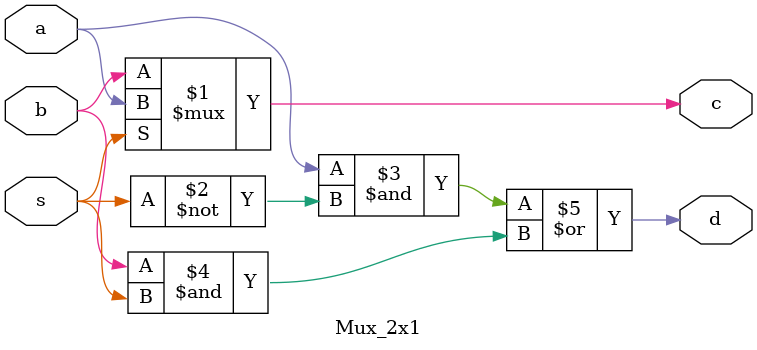
<source format=v>
`timescale 1ns / 1ps
module Mux_2x1(input a,b,s, output c,d);
    assign c=s?a:b;
    assign d=(a&~s|b&s);
endmodule

</source>
